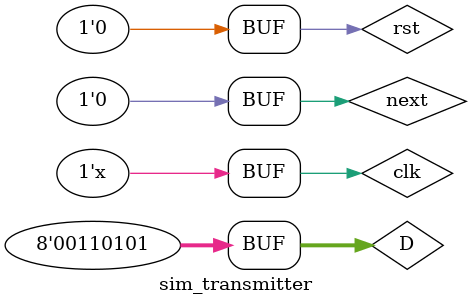
<source format=v>
`timescale 1ns / 1ps

module sim_transmitter(

    );
    
    wire empty, full, Tx;
    reg clk, rst, next;
    reg [7:0] D;
    
    transmitter uut (
        .clk(clk),
        .rst(rst),
        .N(16'd2),
        .eight_bit(0),
        .two_stop(0),
        .empty(empty),
        .full(full),
        .data(D),
        .next(next),
        .Tx(Tx)
        );
    
    initial begin
        rst <= 1;
        clk <= 0;
        next <= 0;
        
        #10
        rst <= 0;
        
        #5
        D <= 8'b00110101;
        next <= 1'b1;
        
        #10
        D <= 8'b00110101;
        next <= 1'b1;
        
        #10
        next <= 1'b0;
    end
    
    
    always #5
        clk = ~clk;
endmodule

</source>
